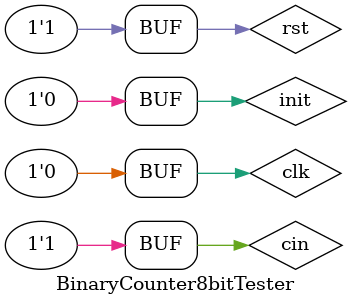
<source format=v>


`timescale 1ns/100ps

module BinaryCounter8bitTester;
  
  // Define a parameter so that the adder can be any size:
  
  parameter SIZE = 8;
   
  // Declare all inputs as reg and outputs as wire:
  
  reg  clk, rst, init, cin;
  wire cout;
  
  // Instantiate a FullAdder4bit:
  
  BinaryCounter8bit UUT (clk, rst, init, cin, cout);
  
  // Set clock to start at 0 and all other inputs accordingly.
                    
  initial begin
    clk = 0; rst = 0; init = 0; cin = 1;
    
    #15 rst = 1;
  end
  
  // Repeat the clock for a total of 150 cycles.
  
  initial repeat (300) #10 clk = ~clk;
  
  
endmodule
</source>
